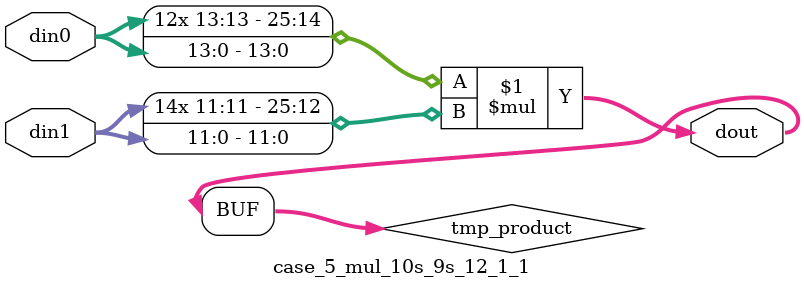
<source format=v>

`timescale 1 ns / 1 ps

 module case_5_mul_10s_9s_12_1_1(din0, din1, dout);
parameter ID = 1;
parameter NUM_STAGE = 0;
parameter din0_WIDTH = 14;
parameter din1_WIDTH = 12;
parameter dout_WIDTH = 26;

input [din0_WIDTH - 1 : 0] din0; 
input [din1_WIDTH - 1 : 0] din1; 
output [dout_WIDTH - 1 : 0] dout;

wire signed [dout_WIDTH - 1 : 0] tmp_product;



























assign tmp_product = $signed(din0) * $signed(din1);








assign dout = tmp_product;





















endmodule

</source>
